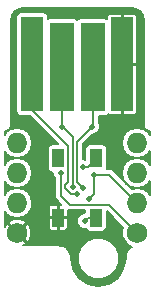
<source format=gbr>
G04 #@! TF.FileFunction,Copper,L1,Top,Signal*
%FSLAX46Y46*%
G04 Gerber Fmt 4.6, Leading zero omitted, Abs format (unit mm)*
G04 Created by KiCad (PCBNEW 4.0.2-stable) date Fri Jul  1 19:54:59 2016*
%MOMM*%
G01*
G04 APERTURE LIST*
%ADD10C,0.100000*%
%ADD11R,1.000000X1.600000*%
%ADD12C,1.727200*%
%ADD13O,1.727200X1.727200*%
%ADD14R,1.900000X8.000000*%
%ADD15R,2.000000X7.500000*%
%ADD16C,0.500000*%
%ADD17C,0.200000*%
G04 APERTURE END LIST*
D10*
D11*
X159690000Y-105116000D03*
X162890000Y-105116000D03*
X159690000Y-100116000D03*
X162890000Y-100116000D03*
D12*
X166370000Y-106426000D03*
D13*
X166370000Y-103886000D03*
X166370000Y-101346000D03*
X166370000Y-98806000D03*
D12*
X156210000Y-106426000D03*
D13*
X156210000Y-103886000D03*
X156210000Y-101346000D03*
X156210000Y-98806000D03*
D14*
X157480000Y-92149000D03*
X165100000Y-92149000D03*
D15*
X162590000Y-92399000D03*
X159990000Y-92399000D03*
D16*
X161798000Y-100838000D03*
X162306000Y-98679000D03*
X161290000Y-103124000D03*
X162306000Y-103505000D03*
X162687000Y-101473000D03*
X159893000Y-101346000D03*
X161925000Y-105410000D03*
X160909000Y-102489000D03*
X160020000Y-97409000D03*
X161798000Y-102616000D03*
X162560000Y-97409000D03*
D17*
X162890000Y-100116000D02*
X162890000Y-100127000D01*
X162890000Y-100127000D02*
X162179000Y-100838000D01*
X162179000Y-100838000D02*
X161798000Y-100838000D01*
X160274000Y-102616000D02*
X160782000Y-103124000D01*
X160528000Y-102108000D02*
X160274000Y-102362000D01*
X160274000Y-102362000D02*
X160274000Y-102616000D01*
X160528000Y-99060000D02*
X160528000Y-100330000D01*
X160528000Y-99060000D02*
X157480000Y-96012000D01*
X160528000Y-100330000D02*
X160528000Y-102108000D01*
X160782000Y-103124000D02*
X161290000Y-103124000D01*
X157480000Y-92149000D02*
X157480000Y-96012000D01*
X162687000Y-101473000D02*
X162687000Y-102743000D01*
X162687000Y-103124000D02*
X162306000Y-103505000D01*
X162687000Y-102743000D02*
X162687000Y-103124000D01*
X162687000Y-101473000D02*
X163957000Y-101473000D01*
X163957000Y-101473000D02*
X166370000Y-103886000D01*
X159893000Y-101346000D02*
X159893000Y-103251000D01*
X163957000Y-104013000D02*
X166370000Y-106426000D01*
X160655000Y-104013000D02*
X163957000Y-104013000D01*
X159893000Y-103251000D02*
X160655000Y-104013000D01*
X162890000Y-105116000D02*
X162219000Y-105116000D01*
X162219000Y-105116000D02*
X161925000Y-105410000D01*
X160909000Y-98298000D02*
X160909000Y-100076000D01*
X160909000Y-98298000D02*
X159990000Y-97379000D01*
X160909000Y-102489000D02*
X160909000Y-100076000D01*
X160020000Y-97409000D02*
X159990000Y-97379000D01*
X159990000Y-92399000D02*
X159990000Y-97379000D01*
X161290000Y-102108000D02*
X161290000Y-100457000D01*
X161798000Y-102616000D02*
X161290000Y-102108000D01*
X162560000Y-97409000D02*
X162590000Y-97379000D01*
X162590000Y-92399000D02*
X162590000Y-97379000D01*
X161290000Y-98679000D02*
X161290000Y-100457000D01*
X161290000Y-100457000D02*
X161290000Y-100457000D01*
X162590000Y-97379000D02*
X161290000Y-98679000D01*
G36*
X166259874Y-87431448D02*
X166597174Y-87656824D01*
X166822552Y-87994126D01*
X166911000Y-88438784D01*
X166911000Y-97282000D01*
X166920127Y-97327885D01*
X166920127Y-97374669D01*
X166938030Y-97417891D01*
X166947157Y-97463775D01*
X166973149Y-97502675D01*
X166991052Y-97545896D01*
X167024132Y-97578976D01*
X167050124Y-97617876D01*
X167089024Y-97643868D01*
X167122104Y-97676948D01*
X167165325Y-97694851D01*
X167204225Y-97720843D01*
X167250111Y-97729970D01*
X167293332Y-97747873D01*
X167395065Y-97768109D01*
X167402754Y-97773246D01*
X167407891Y-97780935D01*
X167419000Y-97836783D01*
X167419000Y-98108174D01*
X167288255Y-97912500D01*
X166878314Y-97638586D01*
X166394755Y-97542400D01*
X166345245Y-97542400D01*
X165861686Y-97638586D01*
X165451745Y-97912500D01*
X165177831Y-98322441D01*
X165081645Y-98806000D01*
X165177831Y-99289559D01*
X165451745Y-99699500D01*
X165861686Y-99973414D01*
X166345245Y-100069600D01*
X166394755Y-100069600D01*
X166878314Y-99973414D01*
X167288255Y-99699500D01*
X167419000Y-99503826D01*
X167419000Y-100648174D01*
X167288255Y-100452500D01*
X166878314Y-100178586D01*
X166394755Y-100082400D01*
X166345245Y-100082400D01*
X165861686Y-100178586D01*
X165451745Y-100452500D01*
X165177831Y-100862441D01*
X165081645Y-101346000D01*
X165177831Y-101829559D01*
X165451745Y-102239500D01*
X165861686Y-102513414D01*
X166345245Y-102609600D01*
X166394755Y-102609600D01*
X166878314Y-102513414D01*
X167288255Y-102239500D01*
X167419000Y-102043826D01*
X167419000Y-103188174D01*
X167288255Y-102992500D01*
X166878314Y-102718586D01*
X166394755Y-102622400D01*
X166345245Y-102622400D01*
X165901728Y-102710621D01*
X164310553Y-101119447D01*
X164148342Y-101011060D01*
X163957000Y-100973000D01*
X163786293Y-100973000D01*
X163797836Y-100916000D01*
X163797836Y-99316000D01*
X163769944Y-99167769D01*
X163682340Y-99031628D01*
X163548671Y-98940296D01*
X163390000Y-98908164D01*
X162390000Y-98908164D01*
X162241769Y-98936056D01*
X162105628Y-99023660D01*
X162014296Y-99157329D01*
X161982164Y-99316000D01*
X161982164Y-100210662D01*
X161927860Y-100188113D01*
X161790000Y-100187993D01*
X161790000Y-98886106D01*
X162617057Y-98059050D01*
X162688726Y-98059112D01*
X162927714Y-97960364D01*
X163110722Y-97777676D01*
X163209887Y-97538860D01*
X163210112Y-97280274D01*
X163111364Y-97041286D01*
X163090000Y-97019885D01*
X163090000Y-96556836D01*
X163590000Y-96556836D01*
X163738231Y-96528944D01*
X163874372Y-96441340D01*
X163932704Y-96355968D01*
X163980063Y-96403328D01*
X164090326Y-96449000D01*
X164975000Y-96449000D01*
X165050000Y-96374000D01*
X165050000Y-92199000D01*
X165150000Y-92199000D01*
X165150000Y-96374000D01*
X165225000Y-96449000D01*
X166109674Y-96449000D01*
X166219937Y-96403328D01*
X166304328Y-96318936D01*
X166350000Y-96208673D01*
X166350000Y-92274000D01*
X166275000Y-92199000D01*
X165150000Y-92199000D01*
X165050000Y-92199000D01*
X165030000Y-92199000D01*
X165030000Y-92099000D01*
X165050000Y-92099000D01*
X165050000Y-87924000D01*
X165150000Y-87924000D01*
X165150000Y-92099000D01*
X166275000Y-92099000D01*
X166350000Y-92024000D01*
X166350000Y-88089327D01*
X166304328Y-87979064D01*
X166219937Y-87894672D01*
X166109674Y-87849000D01*
X165225000Y-87849000D01*
X165150000Y-87924000D01*
X165050000Y-87924000D01*
X164975000Y-87849000D01*
X164090326Y-87849000D01*
X163980063Y-87894672D01*
X163895672Y-87979064D01*
X163850000Y-88089327D01*
X163850000Y-88342531D01*
X163748671Y-88273296D01*
X163590000Y-88241164D01*
X161590000Y-88241164D01*
X161441769Y-88269056D01*
X161305628Y-88356660D01*
X161290994Y-88378077D01*
X161282340Y-88364628D01*
X161148671Y-88273296D01*
X160990000Y-88241164D01*
X158990000Y-88241164D01*
X158841769Y-88269056D01*
X158837836Y-88271587D01*
X158837836Y-88149000D01*
X158809944Y-88000769D01*
X158722340Y-87864628D01*
X158588671Y-87773296D01*
X158430000Y-87741164D01*
X156530000Y-87741164D01*
X156381769Y-87769056D01*
X156245628Y-87856660D01*
X156154296Y-87990329D01*
X156122164Y-88149000D01*
X156122164Y-96149000D01*
X156150056Y-96297231D01*
X156237660Y-96433372D01*
X156371329Y-96524704D01*
X156530000Y-96556836D01*
X157317730Y-96556836D01*
X159669058Y-98908164D01*
X159190000Y-98908164D01*
X159041769Y-98936056D01*
X158905628Y-99023660D01*
X158814296Y-99157329D01*
X158782164Y-99316000D01*
X158782164Y-100916000D01*
X158810056Y-101064231D01*
X158897660Y-101200372D01*
X159031329Y-101291704D01*
X159190000Y-101323836D01*
X159243019Y-101323836D01*
X159242888Y-101474726D01*
X159341636Y-101713714D01*
X159393000Y-101765168D01*
X159393000Y-103251000D01*
X159423123Y-103402441D01*
X159431060Y-103442342D01*
X159539447Y-103604553D01*
X159950893Y-104016000D01*
X159815000Y-104016000D01*
X159740000Y-104091000D01*
X159740000Y-105066000D01*
X160415000Y-105066000D01*
X160490000Y-104991000D01*
X160490000Y-104480180D01*
X160655000Y-104513000D01*
X161982164Y-104513000D01*
X161982164Y-104684458D01*
X161869180Y-104759951D01*
X161796274Y-104759888D01*
X161557286Y-104858636D01*
X161374278Y-105041324D01*
X161275113Y-105280140D01*
X161274888Y-105538726D01*
X161373636Y-105777714D01*
X161556324Y-105960722D01*
X161795140Y-106059887D01*
X162009274Y-106060073D01*
X162010056Y-106064231D01*
X162097660Y-106200372D01*
X162231329Y-106291704D01*
X162390000Y-106323836D01*
X163390000Y-106323836D01*
X163538231Y-106295944D01*
X163674372Y-106208340D01*
X163765704Y-106074671D01*
X163797836Y-105916000D01*
X163797836Y-104560942D01*
X165195764Y-105958870D01*
X165106620Y-106173552D01*
X165106182Y-106676243D01*
X165298148Y-107140837D01*
X165653294Y-107496603D01*
X165902302Y-107600000D01*
X165746893Y-107703842D01*
X165681368Y-107769368D01*
X165615842Y-107834893D01*
X165505721Y-107999700D01*
X165451014Y-108131775D01*
X165434796Y-108170929D01*
X165396127Y-108365332D01*
X165396127Y-108412115D01*
X165387000Y-108458000D01*
X165387000Y-108538216D01*
X165201879Y-109468882D01*
X164701200Y-110218200D01*
X163951882Y-110718879D01*
X163068000Y-110894694D01*
X162184118Y-110718879D01*
X161434800Y-110218200D01*
X160934121Y-109468882D01*
X160827243Y-108931569D01*
X161317696Y-108931569D01*
X161583557Y-109575001D01*
X162075410Y-110067713D01*
X162718376Y-110334696D01*
X163414569Y-110335304D01*
X164058001Y-110069443D01*
X164550713Y-109577590D01*
X164817696Y-108934624D01*
X164818304Y-108238431D01*
X164552443Y-107594999D01*
X164060590Y-107102287D01*
X163417624Y-106835304D01*
X162721431Y-106834696D01*
X162077999Y-107100557D01*
X161585287Y-107592410D01*
X161318304Y-108235376D01*
X161317696Y-108931569D01*
X160827243Y-108931569D01*
X160749000Y-108538216D01*
X160749000Y-108458000D01*
X160739873Y-108412115D01*
X160739873Y-108365333D01*
X160701204Y-108170929D01*
X160684986Y-108131775D01*
X160630279Y-107999700D01*
X160520158Y-107834893D01*
X160454632Y-107769368D01*
X160389107Y-107703842D01*
X160224300Y-107593721D01*
X160053072Y-107522796D01*
X160053071Y-107522796D01*
X159858668Y-107484127D01*
X159811885Y-107484127D01*
X159766000Y-107475000D01*
X156719856Y-107475000D01*
X156866276Y-107414351D01*
X156959725Y-107246435D01*
X156210000Y-106496711D01*
X156195858Y-106510853D01*
X156125147Y-106440142D01*
X156139289Y-106426000D01*
X156280711Y-106426000D01*
X157030435Y-107175725D01*
X157198351Y-107082276D01*
X157374263Y-106654094D01*
X157372926Y-106191187D01*
X157198351Y-105769724D01*
X157030435Y-105676275D01*
X156280711Y-106426000D01*
X156139289Y-106426000D01*
X155389565Y-105676275D01*
X155221649Y-105769724D01*
X155161000Y-105917348D01*
X155161000Y-105605565D01*
X155460275Y-105605565D01*
X156210000Y-106355289D01*
X156959725Y-105605565D01*
X156866276Y-105437649D01*
X156438094Y-105261737D01*
X155975187Y-105263074D01*
X155553724Y-105437649D01*
X155460275Y-105605565D01*
X155161000Y-105605565D01*
X155161000Y-105241000D01*
X158890000Y-105241000D01*
X158890000Y-105975674D01*
X158935672Y-106085937D01*
X159020064Y-106170328D01*
X159130327Y-106216000D01*
X159565000Y-106216000D01*
X159640000Y-106141000D01*
X159640000Y-105166000D01*
X159740000Y-105166000D01*
X159740000Y-106141000D01*
X159815000Y-106216000D01*
X160249673Y-106216000D01*
X160359936Y-106170328D01*
X160444328Y-106085937D01*
X160490000Y-105975674D01*
X160490000Y-105241000D01*
X160415000Y-105166000D01*
X159740000Y-105166000D01*
X159640000Y-105166000D01*
X158965000Y-105166000D01*
X158890000Y-105241000D01*
X155161000Y-105241000D01*
X155161000Y-104583826D01*
X155291745Y-104779500D01*
X155701686Y-105053414D01*
X156185245Y-105149600D01*
X156234755Y-105149600D01*
X156718314Y-105053414D01*
X157128255Y-104779500D01*
X157402169Y-104369559D01*
X157424692Y-104256326D01*
X158890000Y-104256326D01*
X158890000Y-104991000D01*
X158965000Y-105066000D01*
X159640000Y-105066000D01*
X159640000Y-104091000D01*
X159565000Y-104016000D01*
X159130327Y-104016000D01*
X159020064Y-104061672D01*
X158935672Y-104146063D01*
X158890000Y-104256326D01*
X157424692Y-104256326D01*
X157498355Y-103886000D01*
X157402169Y-103402441D01*
X157128255Y-102992500D01*
X156718314Y-102718586D01*
X156234755Y-102622400D01*
X156185245Y-102622400D01*
X155701686Y-102718586D01*
X155291745Y-102992500D01*
X155161000Y-103188174D01*
X155161000Y-102043826D01*
X155291745Y-102239500D01*
X155701686Y-102513414D01*
X156185245Y-102609600D01*
X156234755Y-102609600D01*
X156718314Y-102513414D01*
X157128255Y-102239500D01*
X157402169Y-101829559D01*
X157498355Y-101346000D01*
X157402169Y-100862441D01*
X157128255Y-100452500D01*
X156718314Y-100178586D01*
X156234755Y-100082400D01*
X156185245Y-100082400D01*
X155701686Y-100178586D01*
X155291745Y-100452500D01*
X155161000Y-100648174D01*
X155161000Y-99503826D01*
X155291745Y-99699500D01*
X155701686Y-99973414D01*
X156185245Y-100069600D01*
X156234755Y-100069600D01*
X156718314Y-99973414D01*
X157128255Y-99699500D01*
X157402169Y-99289559D01*
X157498355Y-98806000D01*
X157402169Y-98322441D01*
X157128255Y-97912500D01*
X156718314Y-97638586D01*
X156234755Y-97542400D01*
X156185245Y-97542400D01*
X155701686Y-97638586D01*
X155291745Y-97912500D01*
X155161000Y-98108174D01*
X155161000Y-97836783D01*
X155172109Y-97780935D01*
X155177246Y-97773246D01*
X155184935Y-97768109D01*
X155286668Y-97747873D01*
X155329889Y-97729970D01*
X155375775Y-97720843D01*
X155414675Y-97694851D01*
X155457896Y-97676948D01*
X155490976Y-97643868D01*
X155529876Y-97617876D01*
X155555867Y-97578978D01*
X155588949Y-97545896D01*
X155606853Y-97502671D01*
X155632843Y-97463775D01*
X155641969Y-97417895D01*
X155659874Y-97374669D01*
X155659874Y-97327880D01*
X155669000Y-97282000D01*
X155669000Y-88438784D01*
X155757448Y-87994126D01*
X155982824Y-87656826D01*
X156320126Y-87431448D01*
X156764784Y-87343000D01*
X165815216Y-87343000D01*
X166259874Y-87431448D01*
X166259874Y-87431448D01*
G37*
X166259874Y-87431448D02*
X166597174Y-87656824D01*
X166822552Y-87994126D01*
X166911000Y-88438784D01*
X166911000Y-97282000D01*
X166920127Y-97327885D01*
X166920127Y-97374669D01*
X166938030Y-97417891D01*
X166947157Y-97463775D01*
X166973149Y-97502675D01*
X166991052Y-97545896D01*
X167024132Y-97578976D01*
X167050124Y-97617876D01*
X167089024Y-97643868D01*
X167122104Y-97676948D01*
X167165325Y-97694851D01*
X167204225Y-97720843D01*
X167250111Y-97729970D01*
X167293332Y-97747873D01*
X167395065Y-97768109D01*
X167402754Y-97773246D01*
X167407891Y-97780935D01*
X167419000Y-97836783D01*
X167419000Y-98108174D01*
X167288255Y-97912500D01*
X166878314Y-97638586D01*
X166394755Y-97542400D01*
X166345245Y-97542400D01*
X165861686Y-97638586D01*
X165451745Y-97912500D01*
X165177831Y-98322441D01*
X165081645Y-98806000D01*
X165177831Y-99289559D01*
X165451745Y-99699500D01*
X165861686Y-99973414D01*
X166345245Y-100069600D01*
X166394755Y-100069600D01*
X166878314Y-99973414D01*
X167288255Y-99699500D01*
X167419000Y-99503826D01*
X167419000Y-100648174D01*
X167288255Y-100452500D01*
X166878314Y-100178586D01*
X166394755Y-100082400D01*
X166345245Y-100082400D01*
X165861686Y-100178586D01*
X165451745Y-100452500D01*
X165177831Y-100862441D01*
X165081645Y-101346000D01*
X165177831Y-101829559D01*
X165451745Y-102239500D01*
X165861686Y-102513414D01*
X166345245Y-102609600D01*
X166394755Y-102609600D01*
X166878314Y-102513414D01*
X167288255Y-102239500D01*
X167419000Y-102043826D01*
X167419000Y-103188174D01*
X167288255Y-102992500D01*
X166878314Y-102718586D01*
X166394755Y-102622400D01*
X166345245Y-102622400D01*
X165901728Y-102710621D01*
X164310553Y-101119447D01*
X164148342Y-101011060D01*
X163957000Y-100973000D01*
X163786293Y-100973000D01*
X163797836Y-100916000D01*
X163797836Y-99316000D01*
X163769944Y-99167769D01*
X163682340Y-99031628D01*
X163548671Y-98940296D01*
X163390000Y-98908164D01*
X162390000Y-98908164D01*
X162241769Y-98936056D01*
X162105628Y-99023660D01*
X162014296Y-99157329D01*
X161982164Y-99316000D01*
X161982164Y-100210662D01*
X161927860Y-100188113D01*
X161790000Y-100187993D01*
X161790000Y-98886106D01*
X162617057Y-98059050D01*
X162688726Y-98059112D01*
X162927714Y-97960364D01*
X163110722Y-97777676D01*
X163209887Y-97538860D01*
X163210112Y-97280274D01*
X163111364Y-97041286D01*
X163090000Y-97019885D01*
X163090000Y-96556836D01*
X163590000Y-96556836D01*
X163738231Y-96528944D01*
X163874372Y-96441340D01*
X163932704Y-96355968D01*
X163980063Y-96403328D01*
X164090326Y-96449000D01*
X164975000Y-96449000D01*
X165050000Y-96374000D01*
X165050000Y-92199000D01*
X165150000Y-92199000D01*
X165150000Y-96374000D01*
X165225000Y-96449000D01*
X166109674Y-96449000D01*
X166219937Y-96403328D01*
X166304328Y-96318936D01*
X166350000Y-96208673D01*
X166350000Y-92274000D01*
X166275000Y-92199000D01*
X165150000Y-92199000D01*
X165050000Y-92199000D01*
X165030000Y-92199000D01*
X165030000Y-92099000D01*
X165050000Y-92099000D01*
X165050000Y-87924000D01*
X165150000Y-87924000D01*
X165150000Y-92099000D01*
X166275000Y-92099000D01*
X166350000Y-92024000D01*
X166350000Y-88089327D01*
X166304328Y-87979064D01*
X166219937Y-87894672D01*
X166109674Y-87849000D01*
X165225000Y-87849000D01*
X165150000Y-87924000D01*
X165050000Y-87924000D01*
X164975000Y-87849000D01*
X164090326Y-87849000D01*
X163980063Y-87894672D01*
X163895672Y-87979064D01*
X163850000Y-88089327D01*
X163850000Y-88342531D01*
X163748671Y-88273296D01*
X163590000Y-88241164D01*
X161590000Y-88241164D01*
X161441769Y-88269056D01*
X161305628Y-88356660D01*
X161290994Y-88378077D01*
X161282340Y-88364628D01*
X161148671Y-88273296D01*
X160990000Y-88241164D01*
X158990000Y-88241164D01*
X158841769Y-88269056D01*
X158837836Y-88271587D01*
X158837836Y-88149000D01*
X158809944Y-88000769D01*
X158722340Y-87864628D01*
X158588671Y-87773296D01*
X158430000Y-87741164D01*
X156530000Y-87741164D01*
X156381769Y-87769056D01*
X156245628Y-87856660D01*
X156154296Y-87990329D01*
X156122164Y-88149000D01*
X156122164Y-96149000D01*
X156150056Y-96297231D01*
X156237660Y-96433372D01*
X156371329Y-96524704D01*
X156530000Y-96556836D01*
X157317730Y-96556836D01*
X159669058Y-98908164D01*
X159190000Y-98908164D01*
X159041769Y-98936056D01*
X158905628Y-99023660D01*
X158814296Y-99157329D01*
X158782164Y-99316000D01*
X158782164Y-100916000D01*
X158810056Y-101064231D01*
X158897660Y-101200372D01*
X159031329Y-101291704D01*
X159190000Y-101323836D01*
X159243019Y-101323836D01*
X159242888Y-101474726D01*
X159341636Y-101713714D01*
X159393000Y-101765168D01*
X159393000Y-103251000D01*
X159423123Y-103402441D01*
X159431060Y-103442342D01*
X159539447Y-103604553D01*
X159950893Y-104016000D01*
X159815000Y-104016000D01*
X159740000Y-104091000D01*
X159740000Y-105066000D01*
X160415000Y-105066000D01*
X160490000Y-104991000D01*
X160490000Y-104480180D01*
X160655000Y-104513000D01*
X161982164Y-104513000D01*
X161982164Y-104684458D01*
X161869180Y-104759951D01*
X161796274Y-104759888D01*
X161557286Y-104858636D01*
X161374278Y-105041324D01*
X161275113Y-105280140D01*
X161274888Y-105538726D01*
X161373636Y-105777714D01*
X161556324Y-105960722D01*
X161795140Y-106059887D01*
X162009274Y-106060073D01*
X162010056Y-106064231D01*
X162097660Y-106200372D01*
X162231329Y-106291704D01*
X162390000Y-106323836D01*
X163390000Y-106323836D01*
X163538231Y-106295944D01*
X163674372Y-106208340D01*
X163765704Y-106074671D01*
X163797836Y-105916000D01*
X163797836Y-104560942D01*
X165195764Y-105958870D01*
X165106620Y-106173552D01*
X165106182Y-106676243D01*
X165298148Y-107140837D01*
X165653294Y-107496603D01*
X165902302Y-107600000D01*
X165746893Y-107703842D01*
X165681368Y-107769368D01*
X165615842Y-107834893D01*
X165505721Y-107999700D01*
X165451014Y-108131775D01*
X165434796Y-108170929D01*
X165396127Y-108365332D01*
X165396127Y-108412115D01*
X165387000Y-108458000D01*
X165387000Y-108538216D01*
X165201879Y-109468882D01*
X164701200Y-110218200D01*
X163951882Y-110718879D01*
X163068000Y-110894694D01*
X162184118Y-110718879D01*
X161434800Y-110218200D01*
X160934121Y-109468882D01*
X160827243Y-108931569D01*
X161317696Y-108931569D01*
X161583557Y-109575001D01*
X162075410Y-110067713D01*
X162718376Y-110334696D01*
X163414569Y-110335304D01*
X164058001Y-110069443D01*
X164550713Y-109577590D01*
X164817696Y-108934624D01*
X164818304Y-108238431D01*
X164552443Y-107594999D01*
X164060590Y-107102287D01*
X163417624Y-106835304D01*
X162721431Y-106834696D01*
X162077999Y-107100557D01*
X161585287Y-107592410D01*
X161318304Y-108235376D01*
X161317696Y-108931569D01*
X160827243Y-108931569D01*
X160749000Y-108538216D01*
X160749000Y-108458000D01*
X160739873Y-108412115D01*
X160739873Y-108365333D01*
X160701204Y-108170929D01*
X160684986Y-108131775D01*
X160630279Y-107999700D01*
X160520158Y-107834893D01*
X160454632Y-107769368D01*
X160389107Y-107703842D01*
X160224300Y-107593721D01*
X160053072Y-107522796D01*
X160053071Y-107522796D01*
X159858668Y-107484127D01*
X159811885Y-107484127D01*
X159766000Y-107475000D01*
X156719856Y-107475000D01*
X156866276Y-107414351D01*
X156959725Y-107246435D01*
X156210000Y-106496711D01*
X156195858Y-106510853D01*
X156125147Y-106440142D01*
X156139289Y-106426000D01*
X156280711Y-106426000D01*
X157030435Y-107175725D01*
X157198351Y-107082276D01*
X157374263Y-106654094D01*
X157372926Y-106191187D01*
X157198351Y-105769724D01*
X157030435Y-105676275D01*
X156280711Y-106426000D01*
X156139289Y-106426000D01*
X155389565Y-105676275D01*
X155221649Y-105769724D01*
X155161000Y-105917348D01*
X155161000Y-105605565D01*
X155460275Y-105605565D01*
X156210000Y-106355289D01*
X156959725Y-105605565D01*
X156866276Y-105437649D01*
X156438094Y-105261737D01*
X155975187Y-105263074D01*
X155553724Y-105437649D01*
X155460275Y-105605565D01*
X155161000Y-105605565D01*
X155161000Y-105241000D01*
X158890000Y-105241000D01*
X158890000Y-105975674D01*
X158935672Y-106085937D01*
X159020064Y-106170328D01*
X159130327Y-106216000D01*
X159565000Y-106216000D01*
X159640000Y-106141000D01*
X159640000Y-105166000D01*
X159740000Y-105166000D01*
X159740000Y-106141000D01*
X159815000Y-106216000D01*
X160249673Y-106216000D01*
X160359936Y-106170328D01*
X160444328Y-106085937D01*
X160490000Y-105975674D01*
X160490000Y-105241000D01*
X160415000Y-105166000D01*
X159740000Y-105166000D01*
X159640000Y-105166000D01*
X158965000Y-105166000D01*
X158890000Y-105241000D01*
X155161000Y-105241000D01*
X155161000Y-104583826D01*
X155291745Y-104779500D01*
X155701686Y-105053414D01*
X156185245Y-105149600D01*
X156234755Y-105149600D01*
X156718314Y-105053414D01*
X157128255Y-104779500D01*
X157402169Y-104369559D01*
X157424692Y-104256326D01*
X158890000Y-104256326D01*
X158890000Y-104991000D01*
X158965000Y-105066000D01*
X159640000Y-105066000D01*
X159640000Y-104091000D01*
X159565000Y-104016000D01*
X159130327Y-104016000D01*
X159020064Y-104061672D01*
X158935672Y-104146063D01*
X158890000Y-104256326D01*
X157424692Y-104256326D01*
X157498355Y-103886000D01*
X157402169Y-103402441D01*
X157128255Y-102992500D01*
X156718314Y-102718586D01*
X156234755Y-102622400D01*
X156185245Y-102622400D01*
X155701686Y-102718586D01*
X155291745Y-102992500D01*
X155161000Y-103188174D01*
X155161000Y-102043826D01*
X155291745Y-102239500D01*
X155701686Y-102513414D01*
X156185245Y-102609600D01*
X156234755Y-102609600D01*
X156718314Y-102513414D01*
X157128255Y-102239500D01*
X157402169Y-101829559D01*
X157498355Y-101346000D01*
X157402169Y-100862441D01*
X157128255Y-100452500D01*
X156718314Y-100178586D01*
X156234755Y-100082400D01*
X156185245Y-100082400D01*
X155701686Y-100178586D01*
X155291745Y-100452500D01*
X155161000Y-100648174D01*
X155161000Y-99503826D01*
X155291745Y-99699500D01*
X155701686Y-99973414D01*
X156185245Y-100069600D01*
X156234755Y-100069600D01*
X156718314Y-99973414D01*
X157128255Y-99699500D01*
X157402169Y-99289559D01*
X157498355Y-98806000D01*
X157402169Y-98322441D01*
X157128255Y-97912500D01*
X156718314Y-97638586D01*
X156234755Y-97542400D01*
X156185245Y-97542400D01*
X155701686Y-97638586D01*
X155291745Y-97912500D01*
X155161000Y-98108174D01*
X155161000Y-97836783D01*
X155172109Y-97780935D01*
X155177246Y-97773246D01*
X155184935Y-97768109D01*
X155286668Y-97747873D01*
X155329889Y-97729970D01*
X155375775Y-97720843D01*
X155414675Y-97694851D01*
X155457896Y-97676948D01*
X155490976Y-97643868D01*
X155529876Y-97617876D01*
X155555867Y-97578978D01*
X155588949Y-97545896D01*
X155606853Y-97502671D01*
X155632843Y-97463775D01*
X155641969Y-97417895D01*
X155659874Y-97374669D01*
X155659874Y-97327880D01*
X155669000Y-97282000D01*
X155669000Y-88438784D01*
X155757448Y-87994126D01*
X155982824Y-87656826D01*
X156320126Y-87431448D01*
X156764784Y-87343000D01*
X165815216Y-87343000D01*
X166259874Y-87431448D01*
M02*

</source>
